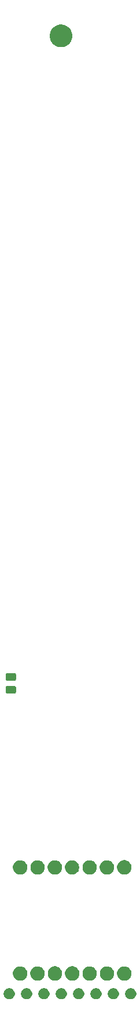
<source format=gbr>
G04 #@! TF.GenerationSoftware,KiCad,Pcbnew,(5.1.2)-1*
G04 #@! TF.CreationDate,2023-11-23T12:08:04+09:00*
G04 #@! TF.ProjectId,gopher_party_xiao_v2,676f7068-6572-45f7-9061-7274795f7869,rev?*
G04 #@! TF.SameCoordinates,Original*
G04 #@! TF.FileFunction,Soldermask,Bot*
G04 #@! TF.FilePolarity,Negative*
%FSLAX46Y46*%
G04 Gerber Fmt 4.6, Leading zero omitted, Abs format (unit mm)*
G04 Created by KiCad (PCBNEW (5.1.2)-1) date 2023-11-23 12:08:04*
%MOMM*%
%LPD*%
G04 APERTURE LIST*
%ADD10C,0.100000*%
G04 APERTURE END LIST*
D10*
G36*
X104937142Y-173018242D02*
G01*
X105085101Y-173079529D01*
X105218255Y-173168499D01*
X105331501Y-173281745D01*
X105420471Y-173414899D01*
X105481758Y-173562858D01*
X105513000Y-173719925D01*
X105513000Y-173880075D01*
X105481758Y-174037142D01*
X105420471Y-174185101D01*
X105331501Y-174318255D01*
X105218255Y-174431501D01*
X105085101Y-174520471D01*
X104937142Y-174581758D01*
X104780075Y-174613000D01*
X104619925Y-174613000D01*
X104462858Y-174581758D01*
X104314899Y-174520471D01*
X104181745Y-174431501D01*
X104068499Y-174318255D01*
X103979529Y-174185101D01*
X103918242Y-174037142D01*
X103887000Y-173880075D01*
X103887000Y-173719925D01*
X103918242Y-173562858D01*
X103979529Y-173414899D01*
X104068499Y-173281745D01*
X104181745Y-173168499D01*
X104314899Y-173079529D01*
X104462858Y-173018242D01*
X104619925Y-172987000D01*
X104780075Y-172987000D01*
X104937142Y-173018242D01*
X104937142Y-173018242D01*
G37*
G36*
X99857142Y-173018242D02*
G01*
X100005101Y-173079529D01*
X100138255Y-173168499D01*
X100251501Y-173281745D01*
X100340471Y-173414899D01*
X100401758Y-173562858D01*
X100433000Y-173719925D01*
X100433000Y-173880075D01*
X100401758Y-174037142D01*
X100340471Y-174185101D01*
X100251501Y-174318255D01*
X100138255Y-174431501D01*
X100005101Y-174520471D01*
X99857142Y-174581758D01*
X99700075Y-174613000D01*
X99539925Y-174613000D01*
X99382858Y-174581758D01*
X99234899Y-174520471D01*
X99101745Y-174431501D01*
X98988499Y-174318255D01*
X98899529Y-174185101D01*
X98838242Y-174037142D01*
X98807000Y-173880075D01*
X98807000Y-173719925D01*
X98838242Y-173562858D01*
X98899529Y-173414899D01*
X98988499Y-173281745D01*
X99101745Y-173168499D01*
X99234899Y-173079529D01*
X99382858Y-173018242D01*
X99539925Y-172987000D01*
X99700075Y-172987000D01*
X99857142Y-173018242D01*
X99857142Y-173018242D01*
G37*
G36*
X97317142Y-173018242D02*
G01*
X97465101Y-173079529D01*
X97598255Y-173168499D01*
X97711501Y-173281745D01*
X97800471Y-173414899D01*
X97861758Y-173562858D01*
X97893000Y-173719925D01*
X97893000Y-173880075D01*
X97861758Y-174037142D01*
X97800471Y-174185101D01*
X97711501Y-174318255D01*
X97598255Y-174431501D01*
X97465101Y-174520471D01*
X97317142Y-174581758D01*
X97160075Y-174613000D01*
X96999925Y-174613000D01*
X96842858Y-174581758D01*
X96694899Y-174520471D01*
X96561745Y-174431501D01*
X96448499Y-174318255D01*
X96359529Y-174185101D01*
X96298242Y-174037142D01*
X96267000Y-173880075D01*
X96267000Y-173719925D01*
X96298242Y-173562858D01*
X96359529Y-173414899D01*
X96448499Y-173281745D01*
X96561745Y-173168499D01*
X96694899Y-173079529D01*
X96842858Y-173018242D01*
X96999925Y-172987000D01*
X97160075Y-172987000D01*
X97317142Y-173018242D01*
X97317142Y-173018242D01*
G37*
G36*
X94777142Y-173018242D02*
G01*
X94925101Y-173079529D01*
X95058255Y-173168499D01*
X95171501Y-173281745D01*
X95260471Y-173414899D01*
X95321758Y-173562858D01*
X95353000Y-173719925D01*
X95353000Y-173880075D01*
X95321758Y-174037142D01*
X95260471Y-174185101D01*
X95171501Y-174318255D01*
X95058255Y-174431501D01*
X94925101Y-174520471D01*
X94777142Y-174581758D01*
X94620075Y-174613000D01*
X94459925Y-174613000D01*
X94302858Y-174581758D01*
X94154899Y-174520471D01*
X94021745Y-174431501D01*
X93908499Y-174318255D01*
X93819529Y-174185101D01*
X93758242Y-174037142D01*
X93727000Y-173880075D01*
X93727000Y-173719925D01*
X93758242Y-173562858D01*
X93819529Y-173414899D01*
X93908499Y-173281745D01*
X94021745Y-173168499D01*
X94154899Y-173079529D01*
X94302858Y-173018242D01*
X94459925Y-172987000D01*
X94620075Y-172987000D01*
X94777142Y-173018242D01*
X94777142Y-173018242D01*
G37*
G36*
X92237142Y-173018242D02*
G01*
X92385101Y-173079529D01*
X92518255Y-173168499D01*
X92631501Y-173281745D01*
X92720471Y-173414899D01*
X92781758Y-173562858D01*
X92813000Y-173719925D01*
X92813000Y-173880075D01*
X92781758Y-174037142D01*
X92720471Y-174185101D01*
X92631501Y-174318255D01*
X92518255Y-174431501D01*
X92385101Y-174520471D01*
X92237142Y-174581758D01*
X92080075Y-174613000D01*
X91919925Y-174613000D01*
X91762858Y-174581758D01*
X91614899Y-174520471D01*
X91481745Y-174431501D01*
X91368499Y-174318255D01*
X91279529Y-174185101D01*
X91218242Y-174037142D01*
X91187000Y-173880075D01*
X91187000Y-173719925D01*
X91218242Y-173562858D01*
X91279529Y-173414899D01*
X91368499Y-173281745D01*
X91481745Y-173168499D01*
X91614899Y-173079529D01*
X91762858Y-173018242D01*
X91919925Y-172987000D01*
X92080075Y-172987000D01*
X92237142Y-173018242D01*
X92237142Y-173018242D01*
G37*
G36*
X89697142Y-173018242D02*
G01*
X89845101Y-173079529D01*
X89978255Y-173168499D01*
X90091501Y-173281745D01*
X90180471Y-173414899D01*
X90241758Y-173562858D01*
X90273000Y-173719925D01*
X90273000Y-173880075D01*
X90241758Y-174037142D01*
X90180471Y-174185101D01*
X90091501Y-174318255D01*
X89978255Y-174431501D01*
X89845101Y-174520471D01*
X89697142Y-174581758D01*
X89540075Y-174613000D01*
X89379925Y-174613000D01*
X89222858Y-174581758D01*
X89074899Y-174520471D01*
X88941745Y-174431501D01*
X88828499Y-174318255D01*
X88739529Y-174185101D01*
X88678242Y-174037142D01*
X88647000Y-173880075D01*
X88647000Y-173719925D01*
X88678242Y-173562858D01*
X88739529Y-173414899D01*
X88828499Y-173281745D01*
X88941745Y-173168499D01*
X89074899Y-173079529D01*
X89222858Y-173018242D01*
X89379925Y-172987000D01*
X89540075Y-172987000D01*
X89697142Y-173018242D01*
X89697142Y-173018242D01*
G37*
G36*
X87157142Y-173018242D02*
G01*
X87305101Y-173079529D01*
X87438255Y-173168499D01*
X87551501Y-173281745D01*
X87640471Y-173414899D01*
X87701758Y-173562858D01*
X87733000Y-173719925D01*
X87733000Y-173880075D01*
X87701758Y-174037142D01*
X87640471Y-174185101D01*
X87551501Y-174318255D01*
X87438255Y-174431501D01*
X87305101Y-174520471D01*
X87157142Y-174581758D01*
X87000075Y-174613000D01*
X86839925Y-174613000D01*
X86682858Y-174581758D01*
X86534899Y-174520471D01*
X86401745Y-174431501D01*
X86288499Y-174318255D01*
X86199529Y-174185101D01*
X86138242Y-174037142D01*
X86107000Y-173880075D01*
X86107000Y-173719925D01*
X86138242Y-173562858D01*
X86199529Y-173414899D01*
X86288499Y-173281745D01*
X86401745Y-173168499D01*
X86534899Y-173079529D01*
X86682858Y-173018242D01*
X86839925Y-172987000D01*
X87000075Y-172987000D01*
X87157142Y-173018242D01*
X87157142Y-173018242D01*
G37*
G36*
X102397142Y-173018242D02*
G01*
X102545101Y-173079529D01*
X102678255Y-173168499D01*
X102791501Y-173281745D01*
X102880471Y-173414899D01*
X102941758Y-173562858D01*
X102973000Y-173719925D01*
X102973000Y-173880075D01*
X102941758Y-174037142D01*
X102880471Y-174185101D01*
X102791501Y-174318255D01*
X102678255Y-174431501D01*
X102545101Y-174520471D01*
X102397142Y-174581758D01*
X102240075Y-174613000D01*
X102079925Y-174613000D01*
X101922858Y-174581758D01*
X101774899Y-174520471D01*
X101641745Y-174431501D01*
X101528499Y-174318255D01*
X101439529Y-174185101D01*
X101378242Y-174037142D01*
X101347000Y-173880075D01*
X101347000Y-173719925D01*
X101378242Y-173562858D01*
X101439529Y-173414899D01*
X101528499Y-173281745D01*
X101641745Y-173168499D01*
X101774899Y-173079529D01*
X101922858Y-173018242D01*
X102079925Y-172987000D01*
X102240075Y-172987000D01*
X102397142Y-173018242D01*
X102397142Y-173018242D01*
G37*
G36*
X104053765Y-169848620D02*
G01*
X104219144Y-169917122D01*
X104243288Y-169927123D01*
X104413854Y-170041092D01*
X104558908Y-170186146D01*
X104672877Y-170356712D01*
X104751380Y-170546235D01*
X104791400Y-170747431D01*
X104791400Y-170952569D01*
X104751380Y-171153765D01*
X104672877Y-171343288D01*
X104558908Y-171513854D01*
X104413854Y-171658908D01*
X104243288Y-171772877D01*
X104243287Y-171772878D01*
X104243286Y-171772878D01*
X104053765Y-171851380D01*
X103852570Y-171891400D01*
X103647430Y-171891400D01*
X103446235Y-171851380D01*
X103256714Y-171772878D01*
X103256713Y-171772878D01*
X103256712Y-171772877D01*
X103086146Y-171658908D01*
X102941092Y-171513854D01*
X102827123Y-171343288D01*
X102748620Y-171153765D01*
X102708600Y-170952569D01*
X102708600Y-170747431D01*
X102748620Y-170546235D01*
X102827123Y-170356712D01*
X102941092Y-170186146D01*
X103086146Y-170041092D01*
X103256712Y-169927123D01*
X103280857Y-169917122D01*
X103446235Y-169848620D01*
X103647430Y-169808600D01*
X103852570Y-169808600D01*
X104053765Y-169848620D01*
X104053765Y-169848620D01*
G37*
G36*
X101523765Y-169848620D02*
G01*
X101689144Y-169917122D01*
X101713288Y-169927123D01*
X101883854Y-170041092D01*
X102028908Y-170186146D01*
X102142877Y-170356712D01*
X102221380Y-170546235D01*
X102261400Y-170747431D01*
X102261400Y-170952569D01*
X102221380Y-171153765D01*
X102142877Y-171343288D01*
X102028908Y-171513854D01*
X101883854Y-171658908D01*
X101713288Y-171772877D01*
X101713287Y-171772878D01*
X101713286Y-171772878D01*
X101523765Y-171851380D01*
X101322570Y-171891400D01*
X101117430Y-171891400D01*
X100916235Y-171851380D01*
X100726714Y-171772878D01*
X100726713Y-171772878D01*
X100726712Y-171772877D01*
X100556146Y-171658908D01*
X100411092Y-171513854D01*
X100297123Y-171343288D01*
X100218620Y-171153765D01*
X100178600Y-170952569D01*
X100178600Y-170747431D01*
X100218620Y-170546235D01*
X100297123Y-170356712D01*
X100411092Y-170186146D01*
X100556146Y-170041092D01*
X100726712Y-169927123D01*
X100750857Y-169917122D01*
X100916235Y-169848620D01*
X101117430Y-169808600D01*
X101322570Y-169808600D01*
X101523765Y-169848620D01*
X101523765Y-169848620D01*
G37*
G36*
X91353765Y-169848620D02*
G01*
X91519144Y-169917122D01*
X91543288Y-169927123D01*
X91713854Y-170041092D01*
X91858908Y-170186146D01*
X91972877Y-170356712D01*
X92051380Y-170546235D01*
X92091400Y-170747431D01*
X92091400Y-170952569D01*
X92051380Y-171153765D01*
X91972877Y-171343288D01*
X91858908Y-171513854D01*
X91713854Y-171658908D01*
X91543288Y-171772877D01*
X91543287Y-171772878D01*
X91543286Y-171772878D01*
X91353765Y-171851380D01*
X91152570Y-171891400D01*
X90947430Y-171891400D01*
X90746235Y-171851380D01*
X90556714Y-171772878D01*
X90556713Y-171772878D01*
X90556712Y-171772877D01*
X90386146Y-171658908D01*
X90241092Y-171513854D01*
X90127123Y-171343288D01*
X90048620Y-171153765D01*
X90008600Y-170952569D01*
X90008600Y-170747431D01*
X90048620Y-170546235D01*
X90127123Y-170356712D01*
X90241092Y-170186146D01*
X90386146Y-170041092D01*
X90556712Y-169927123D01*
X90580857Y-169917122D01*
X90746235Y-169848620D01*
X90947430Y-169808600D01*
X91152570Y-169808600D01*
X91353765Y-169848620D01*
X91353765Y-169848620D01*
G37*
G36*
X88813765Y-169848620D02*
G01*
X88979144Y-169917122D01*
X89003288Y-169927123D01*
X89173854Y-170041092D01*
X89318908Y-170186146D01*
X89432877Y-170356712D01*
X89511380Y-170546235D01*
X89551400Y-170747431D01*
X89551400Y-170952569D01*
X89511380Y-171153765D01*
X89432877Y-171343288D01*
X89318908Y-171513854D01*
X89173854Y-171658908D01*
X89003288Y-171772877D01*
X89003287Y-171772878D01*
X89003286Y-171772878D01*
X88813765Y-171851380D01*
X88612570Y-171891400D01*
X88407430Y-171891400D01*
X88206235Y-171851380D01*
X88016714Y-171772878D01*
X88016713Y-171772878D01*
X88016712Y-171772877D01*
X87846146Y-171658908D01*
X87701092Y-171513854D01*
X87587123Y-171343288D01*
X87508620Y-171153765D01*
X87468600Y-170952569D01*
X87468600Y-170747431D01*
X87508620Y-170546235D01*
X87587123Y-170356712D01*
X87701092Y-170186146D01*
X87846146Y-170041092D01*
X88016712Y-169927123D01*
X88040857Y-169917122D01*
X88206235Y-169848620D01*
X88407430Y-169808600D01*
X88612570Y-169808600D01*
X88813765Y-169848620D01*
X88813765Y-169848620D01*
G37*
G36*
X98983765Y-169848620D02*
G01*
X99149144Y-169917122D01*
X99173288Y-169927123D01*
X99343854Y-170041092D01*
X99488908Y-170186146D01*
X99602877Y-170356712D01*
X99681380Y-170546235D01*
X99721400Y-170747431D01*
X99721400Y-170952569D01*
X99681380Y-171153765D01*
X99602877Y-171343288D01*
X99488908Y-171513854D01*
X99343854Y-171658908D01*
X99173288Y-171772877D01*
X99173287Y-171772878D01*
X99173286Y-171772878D01*
X98983765Y-171851380D01*
X98782570Y-171891400D01*
X98577430Y-171891400D01*
X98376235Y-171851380D01*
X98186714Y-171772878D01*
X98186713Y-171772878D01*
X98186712Y-171772877D01*
X98016146Y-171658908D01*
X97871092Y-171513854D01*
X97757123Y-171343288D01*
X97678620Y-171153765D01*
X97638600Y-170952569D01*
X97638600Y-170747431D01*
X97678620Y-170546235D01*
X97757123Y-170356712D01*
X97871092Y-170186146D01*
X98016146Y-170041092D01*
X98186712Y-169927123D01*
X98210857Y-169917122D01*
X98376235Y-169848620D01*
X98577430Y-169808600D01*
X98782570Y-169808600D01*
X98983765Y-169848620D01*
X98983765Y-169848620D01*
G37*
G36*
X93903765Y-169838620D02*
G01*
X94093288Y-169917123D01*
X94263854Y-170031092D01*
X94408908Y-170176146D01*
X94522877Y-170346712D01*
X94601380Y-170536235D01*
X94641400Y-170737431D01*
X94641400Y-170942569D01*
X94601380Y-171143765D01*
X94522877Y-171333288D01*
X94408908Y-171503854D01*
X94263854Y-171648908D01*
X94093288Y-171762877D01*
X94093287Y-171762878D01*
X94093286Y-171762878D01*
X93903765Y-171841380D01*
X93702570Y-171881400D01*
X93497430Y-171881400D01*
X93296235Y-171841380D01*
X93106714Y-171762878D01*
X93106713Y-171762878D01*
X93106712Y-171762877D01*
X92936146Y-171648908D01*
X92791092Y-171503854D01*
X92677123Y-171333288D01*
X92598620Y-171143765D01*
X92558600Y-170942569D01*
X92558600Y-170737431D01*
X92598620Y-170536235D01*
X92677123Y-170346712D01*
X92791092Y-170176146D01*
X92936146Y-170031092D01*
X93106712Y-169917123D01*
X93296235Y-169838620D01*
X93497430Y-169798600D01*
X93702570Y-169798600D01*
X93903765Y-169838620D01*
X93903765Y-169838620D01*
G37*
G36*
X96433765Y-169838620D02*
G01*
X96623288Y-169917123D01*
X96793854Y-170031092D01*
X96938908Y-170176146D01*
X97052877Y-170346712D01*
X97131380Y-170536235D01*
X97171400Y-170737431D01*
X97171400Y-170942569D01*
X97131380Y-171143765D01*
X97052877Y-171333288D01*
X96938908Y-171503854D01*
X96793854Y-171648908D01*
X96623288Y-171762877D01*
X96623287Y-171762878D01*
X96623286Y-171762878D01*
X96433765Y-171841380D01*
X96232570Y-171881400D01*
X96027430Y-171881400D01*
X95826235Y-171841380D01*
X95636714Y-171762878D01*
X95636713Y-171762878D01*
X95636712Y-171762877D01*
X95466146Y-171648908D01*
X95321092Y-171503854D01*
X95207123Y-171333288D01*
X95128620Y-171143765D01*
X95088600Y-170942569D01*
X95088600Y-170737431D01*
X95128620Y-170536235D01*
X95207123Y-170346712D01*
X95321092Y-170176146D01*
X95466146Y-170031092D01*
X95636712Y-169917123D01*
X95826235Y-169838620D01*
X96027430Y-169798600D01*
X96232570Y-169798600D01*
X96433765Y-169838620D01*
X96433765Y-169838620D01*
G37*
G36*
X96423765Y-154348620D02*
G01*
X96589144Y-154417122D01*
X96613288Y-154427123D01*
X96783854Y-154541092D01*
X96928908Y-154686146D01*
X97042877Y-154856712D01*
X97121380Y-155046235D01*
X97161400Y-155247431D01*
X97161400Y-155452569D01*
X97121380Y-155653765D01*
X97042877Y-155843288D01*
X96928908Y-156013854D01*
X96783854Y-156158908D01*
X96613288Y-156272877D01*
X96613287Y-156272878D01*
X96613286Y-156272878D01*
X96423765Y-156351380D01*
X96222570Y-156391400D01*
X96017430Y-156391400D01*
X95816235Y-156351380D01*
X95626714Y-156272878D01*
X95626713Y-156272878D01*
X95626712Y-156272877D01*
X95456146Y-156158908D01*
X95311092Y-156013854D01*
X95197123Y-155843288D01*
X95118620Y-155653765D01*
X95078600Y-155452569D01*
X95078600Y-155247431D01*
X95118620Y-155046235D01*
X95197123Y-154856712D01*
X95311092Y-154686146D01*
X95456146Y-154541092D01*
X95626712Y-154427123D01*
X95650857Y-154417122D01*
X95816235Y-154348620D01*
X96017430Y-154308600D01*
X96222570Y-154308600D01*
X96423765Y-154348620D01*
X96423765Y-154348620D01*
G37*
G36*
X93893765Y-154348620D02*
G01*
X94059144Y-154417122D01*
X94083288Y-154427123D01*
X94253854Y-154541092D01*
X94398908Y-154686146D01*
X94512877Y-154856712D01*
X94591380Y-155046235D01*
X94631400Y-155247431D01*
X94631400Y-155452569D01*
X94591380Y-155653765D01*
X94512877Y-155843288D01*
X94398908Y-156013854D01*
X94253854Y-156158908D01*
X94083288Y-156272877D01*
X94083287Y-156272878D01*
X94083286Y-156272878D01*
X93893765Y-156351380D01*
X93692570Y-156391400D01*
X93487430Y-156391400D01*
X93286235Y-156351380D01*
X93096714Y-156272878D01*
X93096713Y-156272878D01*
X93096712Y-156272877D01*
X92926146Y-156158908D01*
X92781092Y-156013854D01*
X92667123Y-155843288D01*
X92588620Y-155653765D01*
X92548600Y-155452569D01*
X92548600Y-155247431D01*
X92588620Y-155046235D01*
X92667123Y-154856712D01*
X92781092Y-154686146D01*
X92926146Y-154541092D01*
X93096712Y-154427123D01*
X93120857Y-154417122D01*
X93286235Y-154348620D01*
X93487430Y-154308600D01*
X93692570Y-154308600D01*
X93893765Y-154348620D01*
X93893765Y-154348620D01*
G37*
G36*
X91363765Y-154348620D02*
G01*
X91529144Y-154417122D01*
X91553288Y-154427123D01*
X91723854Y-154541092D01*
X91868908Y-154686146D01*
X91982877Y-154856712D01*
X92061380Y-155046235D01*
X92101400Y-155247431D01*
X92101400Y-155452569D01*
X92061380Y-155653765D01*
X91982877Y-155843288D01*
X91868908Y-156013854D01*
X91723854Y-156158908D01*
X91553288Y-156272877D01*
X91553287Y-156272878D01*
X91553286Y-156272878D01*
X91363765Y-156351380D01*
X91162570Y-156391400D01*
X90957430Y-156391400D01*
X90756235Y-156351380D01*
X90566714Y-156272878D01*
X90566713Y-156272878D01*
X90566712Y-156272877D01*
X90396146Y-156158908D01*
X90251092Y-156013854D01*
X90137123Y-155843288D01*
X90058620Y-155653765D01*
X90018600Y-155452569D01*
X90018600Y-155247431D01*
X90058620Y-155046235D01*
X90137123Y-154856712D01*
X90251092Y-154686146D01*
X90396146Y-154541092D01*
X90566712Y-154427123D01*
X90590857Y-154417122D01*
X90756235Y-154348620D01*
X90957430Y-154308600D01*
X91162570Y-154308600D01*
X91363765Y-154348620D01*
X91363765Y-154348620D01*
G37*
G36*
X88813765Y-154348620D02*
G01*
X88979144Y-154417122D01*
X89003288Y-154427123D01*
X89173854Y-154541092D01*
X89318908Y-154686146D01*
X89432877Y-154856712D01*
X89511380Y-155046235D01*
X89551400Y-155247431D01*
X89551400Y-155452569D01*
X89511380Y-155653765D01*
X89432877Y-155843288D01*
X89318908Y-156013854D01*
X89173854Y-156158908D01*
X89003288Y-156272877D01*
X89003287Y-156272878D01*
X89003286Y-156272878D01*
X88813765Y-156351380D01*
X88612570Y-156391400D01*
X88407430Y-156391400D01*
X88206235Y-156351380D01*
X88016714Y-156272878D01*
X88016713Y-156272878D01*
X88016712Y-156272877D01*
X87846146Y-156158908D01*
X87701092Y-156013854D01*
X87587123Y-155843288D01*
X87508620Y-155653765D01*
X87468600Y-155452569D01*
X87468600Y-155247431D01*
X87508620Y-155046235D01*
X87587123Y-154856712D01*
X87701092Y-154686146D01*
X87846146Y-154541092D01*
X88016712Y-154427123D01*
X88040857Y-154417122D01*
X88206235Y-154348620D01*
X88407430Y-154308600D01*
X88612570Y-154308600D01*
X88813765Y-154348620D01*
X88813765Y-154348620D01*
G37*
G36*
X98983765Y-154348620D02*
G01*
X99149144Y-154417122D01*
X99173288Y-154427123D01*
X99343854Y-154541092D01*
X99488908Y-154686146D01*
X99602877Y-154856712D01*
X99681380Y-155046235D01*
X99721400Y-155247431D01*
X99721400Y-155452569D01*
X99681380Y-155653765D01*
X99602877Y-155843288D01*
X99488908Y-156013854D01*
X99343854Y-156158908D01*
X99173288Y-156272877D01*
X99173287Y-156272878D01*
X99173286Y-156272878D01*
X98983765Y-156351380D01*
X98782570Y-156391400D01*
X98577430Y-156391400D01*
X98376235Y-156351380D01*
X98186714Y-156272878D01*
X98186713Y-156272878D01*
X98186712Y-156272877D01*
X98016146Y-156158908D01*
X97871092Y-156013854D01*
X97757123Y-155843288D01*
X97678620Y-155653765D01*
X97638600Y-155452569D01*
X97638600Y-155247431D01*
X97678620Y-155046235D01*
X97757123Y-154856712D01*
X97871092Y-154686146D01*
X98016146Y-154541092D01*
X98186712Y-154427123D01*
X98210857Y-154417122D01*
X98376235Y-154348620D01*
X98577430Y-154308600D01*
X98782570Y-154308600D01*
X98983765Y-154348620D01*
X98983765Y-154348620D01*
G37*
G36*
X101513765Y-154348620D02*
G01*
X101679144Y-154417122D01*
X101703288Y-154427123D01*
X101873854Y-154541092D01*
X102018908Y-154686146D01*
X102132877Y-154856712D01*
X102211380Y-155046235D01*
X102251400Y-155247431D01*
X102251400Y-155452569D01*
X102211380Y-155653765D01*
X102132877Y-155843288D01*
X102018908Y-156013854D01*
X101873854Y-156158908D01*
X101703288Y-156272877D01*
X101703287Y-156272878D01*
X101703286Y-156272878D01*
X101513765Y-156351380D01*
X101312570Y-156391400D01*
X101107430Y-156391400D01*
X100906235Y-156351380D01*
X100716714Y-156272878D01*
X100716713Y-156272878D01*
X100716712Y-156272877D01*
X100546146Y-156158908D01*
X100401092Y-156013854D01*
X100287123Y-155843288D01*
X100208620Y-155653765D01*
X100168600Y-155452569D01*
X100168600Y-155247431D01*
X100208620Y-155046235D01*
X100287123Y-154856712D01*
X100401092Y-154686146D01*
X100546146Y-154541092D01*
X100716712Y-154427123D01*
X100740857Y-154417122D01*
X100906235Y-154348620D01*
X101107430Y-154308600D01*
X101312570Y-154308600D01*
X101513765Y-154348620D01*
X101513765Y-154348620D01*
G37*
G36*
X104053765Y-154338620D02*
G01*
X104243288Y-154417123D01*
X104413854Y-154531092D01*
X104558908Y-154676146D01*
X104672877Y-154846712D01*
X104751380Y-155036235D01*
X104791400Y-155237431D01*
X104791400Y-155442569D01*
X104751380Y-155643765D01*
X104672877Y-155833288D01*
X104558908Y-156003854D01*
X104413854Y-156148908D01*
X104243288Y-156262877D01*
X104243287Y-156262878D01*
X104243286Y-156262878D01*
X104053765Y-156341380D01*
X103852570Y-156381400D01*
X103647430Y-156381400D01*
X103446235Y-156341380D01*
X103256714Y-156262878D01*
X103256713Y-156262878D01*
X103256712Y-156262877D01*
X103086146Y-156148908D01*
X102941092Y-156003854D01*
X102827123Y-155833288D01*
X102748620Y-155643765D01*
X102708600Y-155442569D01*
X102708600Y-155237431D01*
X102748620Y-155036235D01*
X102827123Y-154846712D01*
X102941092Y-154676146D01*
X103086146Y-154531092D01*
X103256712Y-154417123D01*
X103446235Y-154338620D01*
X103647430Y-154298600D01*
X103852570Y-154298600D01*
X104053765Y-154338620D01*
X104053765Y-154338620D01*
G37*
G36*
X87744468Y-128883565D02*
G01*
X87783138Y-128895296D01*
X87818777Y-128914346D01*
X87850017Y-128939983D01*
X87875654Y-128971223D01*
X87894704Y-129006862D01*
X87906435Y-129045532D01*
X87911000Y-129091888D01*
X87911000Y-129743112D01*
X87906435Y-129789468D01*
X87894704Y-129828138D01*
X87875654Y-129863777D01*
X87850017Y-129895017D01*
X87818777Y-129920654D01*
X87783138Y-129939704D01*
X87744468Y-129951435D01*
X87698112Y-129956000D01*
X86621888Y-129956000D01*
X86575532Y-129951435D01*
X86536862Y-129939704D01*
X86501223Y-129920654D01*
X86469983Y-129895017D01*
X86444346Y-129863777D01*
X86425296Y-129828138D01*
X86413565Y-129789468D01*
X86409000Y-129743112D01*
X86409000Y-129091888D01*
X86413565Y-129045532D01*
X86425296Y-129006862D01*
X86444346Y-128971223D01*
X86469983Y-128939983D01*
X86501223Y-128914346D01*
X86536862Y-128895296D01*
X86575532Y-128883565D01*
X86621888Y-128879000D01*
X87698112Y-128879000D01*
X87744468Y-128883565D01*
X87744468Y-128883565D01*
G37*
G36*
X87744468Y-127008565D02*
G01*
X87783138Y-127020296D01*
X87818777Y-127039346D01*
X87850017Y-127064983D01*
X87875654Y-127096223D01*
X87894704Y-127131862D01*
X87906435Y-127170532D01*
X87911000Y-127216888D01*
X87911000Y-127868112D01*
X87906435Y-127914468D01*
X87894704Y-127953138D01*
X87875654Y-127988777D01*
X87850017Y-128020017D01*
X87818777Y-128045654D01*
X87783138Y-128064704D01*
X87744468Y-128076435D01*
X87698112Y-128081000D01*
X86621888Y-128081000D01*
X86575532Y-128076435D01*
X86536862Y-128064704D01*
X86501223Y-128045654D01*
X86469983Y-128020017D01*
X86444346Y-127988777D01*
X86425296Y-127953138D01*
X86413565Y-127914468D01*
X86409000Y-127868112D01*
X86409000Y-127216888D01*
X86413565Y-127170532D01*
X86425296Y-127131862D01*
X86444346Y-127096223D01*
X86469983Y-127064983D01*
X86501223Y-127039346D01*
X86536862Y-127020296D01*
X86575532Y-127008565D01*
X86621888Y-127004000D01*
X87698112Y-127004000D01*
X87744468Y-127008565D01*
X87744468Y-127008565D01*
G37*
G36*
X94865256Y-32331298D02*
G01*
X94971579Y-32352447D01*
X95272042Y-32476903D01*
X95542451Y-32657585D01*
X95772415Y-32887549D01*
X95953097Y-33157958D01*
X96077553Y-33458421D01*
X96141000Y-33777391D01*
X96141000Y-34102609D01*
X96077553Y-34421579D01*
X95953097Y-34722042D01*
X95772415Y-34992451D01*
X95542451Y-35222415D01*
X95272042Y-35403097D01*
X94971579Y-35527553D01*
X94865256Y-35548702D01*
X94652611Y-35591000D01*
X94327389Y-35591000D01*
X94114744Y-35548702D01*
X94008421Y-35527553D01*
X93707958Y-35403097D01*
X93437549Y-35222415D01*
X93207585Y-34992451D01*
X93026903Y-34722042D01*
X92902447Y-34421579D01*
X92839000Y-34102609D01*
X92839000Y-33777391D01*
X92902447Y-33458421D01*
X93026903Y-33157958D01*
X93207585Y-32887549D01*
X93437549Y-32657585D01*
X93707958Y-32476903D01*
X94008421Y-32352447D01*
X94114744Y-32331298D01*
X94327389Y-32289000D01*
X94652611Y-32289000D01*
X94865256Y-32331298D01*
X94865256Y-32331298D01*
G37*
M02*

</source>
